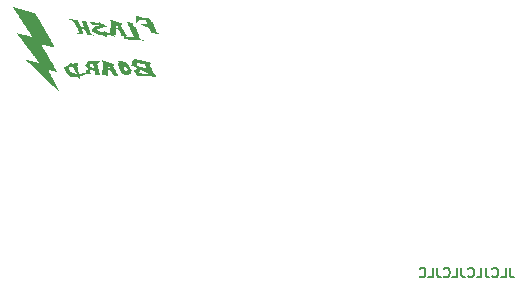
<source format=gbr>
%TF.GenerationSoftware,KiCad,Pcbnew,7.0.6*%
%TF.CreationDate,2024-04-30T21:30:12+02:00*%
%TF.ProjectId,F_Board_V1.1,465f426f-6172-4645-9f56-312e312e6b69,rev?*%
%TF.SameCoordinates,Original*%
%TF.FileFunction,Legend,Bot*%
%TF.FilePolarity,Positive*%
%FSLAX46Y46*%
G04 Gerber Fmt 4.6, Leading zero omitted, Abs format (unit mm)*
G04 Created by KiCad (PCBNEW 7.0.6) date 2024-04-30 21:30:12*
%MOMM*%
%LPD*%
G01*
G04 APERTURE LIST*
%ADD10C,0.150000*%
G04 APERTURE END LIST*
D10*
X190082268Y-102494295D02*
X190082268Y-103065723D01*
X190082268Y-103065723D02*
X190120363Y-103180009D01*
X190120363Y-103180009D02*
X190196554Y-103256200D01*
X190196554Y-103256200D02*
X190310839Y-103294295D01*
X190310839Y-103294295D02*
X190387030Y-103294295D01*
X189320363Y-103294295D02*
X189701315Y-103294295D01*
X189701315Y-103294295D02*
X189701315Y-102494295D01*
X188596553Y-103218104D02*
X188634649Y-103256200D01*
X188634649Y-103256200D02*
X188748934Y-103294295D01*
X188748934Y-103294295D02*
X188825125Y-103294295D01*
X188825125Y-103294295D02*
X188939411Y-103256200D01*
X188939411Y-103256200D02*
X189015601Y-103180009D01*
X189015601Y-103180009D02*
X189053696Y-103103819D01*
X189053696Y-103103819D02*
X189091792Y-102951438D01*
X189091792Y-102951438D02*
X189091792Y-102837152D01*
X189091792Y-102837152D02*
X189053696Y-102684771D01*
X189053696Y-102684771D02*
X189015601Y-102608580D01*
X189015601Y-102608580D02*
X188939411Y-102532390D01*
X188939411Y-102532390D02*
X188825125Y-102494295D01*
X188825125Y-102494295D02*
X188748934Y-102494295D01*
X188748934Y-102494295D02*
X188634649Y-102532390D01*
X188634649Y-102532390D02*
X188596553Y-102570485D01*
X188025125Y-102494295D02*
X188025125Y-103065723D01*
X188025125Y-103065723D02*
X188063220Y-103180009D01*
X188063220Y-103180009D02*
X188139411Y-103256200D01*
X188139411Y-103256200D02*
X188253696Y-103294295D01*
X188253696Y-103294295D02*
X188329887Y-103294295D01*
X187263220Y-103294295D02*
X187644172Y-103294295D01*
X187644172Y-103294295D02*
X187644172Y-102494295D01*
X186539410Y-103218104D02*
X186577506Y-103256200D01*
X186577506Y-103256200D02*
X186691791Y-103294295D01*
X186691791Y-103294295D02*
X186767982Y-103294295D01*
X186767982Y-103294295D02*
X186882268Y-103256200D01*
X186882268Y-103256200D02*
X186958458Y-103180009D01*
X186958458Y-103180009D02*
X186996553Y-103103819D01*
X186996553Y-103103819D02*
X187034649Y-102951438D01*
X187034649Y-102951438D02*
X187034649Y-102837152D01*
X187034649Y-102837152D02*
X186996553Y-102684771D01*
X186996553Y-102684771D02*
X186958458Y-102608580D01*
X186958458Y-102608580D02*
X186882268Y-102532390D01*
X186882268Y-102532390D02*
X186767982Y-102494295D01*
X186767982Y-102494295D02*
X186691791Y-102494295D01*
X186691791Y-102494295D02*
X186577506Y-102532390D01*
X186577506Y-102532390D02*
X186539410Y-102570485D01*
X185967982Y-102494295D02*
X185967982Y-103065723D01*
X185967982Y-103065723D02*
X186006077Y-103180009D01*
X186006077Y-103180009D02*
X186082268Y-103256200D01*
X186082268Y-103256200D02*
X186196553Y-103294295D01*
X186196553Y-103294295D02*
X186272744Y-103294295D01*
X185206077Y-103294295D02*
X185587029Y-103294295D01*
X185587029Y-103294295D02*
X185587029Y-102494295D01*
X184482267Y-103218104D02*
X184520363Y-103256200D01*
X184520363Y-103256200D02*
X184634648Y-103294295D01*
X184634648Y-103294295D02*
X184710839Y-103294295D01*
X184710839Y-103294295D02*
X184825125Y-103256200D01*
X184825125Y-103256200D02*
X184901315Y-103180009D01*
X184901315Y-103180009D02*
X184939410Y-103103819D01*
X184939410Y-103103819D02*
X184977506Y-102951438D01*
X184977506Y-102951438D02*
X184977506Y-102837152D01*
X184977506Y-102837152D02*
X184939410Y-102684771D01*
X184939410Y-102684771D02*
X184901315Y-102608580D01*
X184901315Y-102608580D02*
X184825125Y-102532390D01*
X184825125Y-102532390D02*
X184710839Y-102494295D01*
X184710839Y-102494295D02*
X184634648Y-102494295D01*
X184634648Y-102494295D02*
X184520363Y-102532390D01*
X184520363Y-102532390D02*
X184482267Y-102570485D01*
X183910839Y-102494295D02*
X183910839Y-103065723D01*
X183910839Y-103065723D02*
X183948934Y-103180009D01*
X183948934Y-103180009D02*
X184025125Y-103256200D01*
X184025125Y-103256200D02*
X184139410Y-103294295D01*
X184139410Y-103294295D02*
X184215601Y-103294295D01*
X183148934Y-103294295D02*
X183529886Y-103294295D01*
X183529886Y-103294295D02*
X183529886Y-102494295D01*
X182425124Y-103218104D02*
X182463220Y-103256200D01*
X182463220Y-103256200D02*
X182577505Y-103294295D01*
X182577505Y-103294295D02*
X182653696Y-103294295D01*
X182653696Y-103294295D02*
X182767982Y-103256200D01*
X182767982Y-103256200D02*
X182844172Y-103180009D01*
X182844172Y-103180009D02*
X182882267Y-103103819D01*
X182882267Y-103103819D02*
X182920363Y-102951438D01*
X182920363Y-102951438D02*
X182920363Y-102837152D01*
X182920363Y-102837152D02*
X182882267Y-102684771D01*
X182882267Y-102684771D02*
X182844172Y-102608580D01*
X182844172Y-102608580D02*
X182767982Y-102532390D01*
X182767982Y-102532390D02*
X182653696Y-102494295D01*
X182653696Y-102494295D02*
X182577505Y-102494295D01*
X182577505Y-102494295D02*
X182463220Y-102532390D01*
X182463220Y-102532390D02*
X182425124Y-102570485D01*
%TO.C,G\u002A\u002A\u002A*%
G36*
X158030597Y-85734374D02*
G01*
X158034186Y-85784189D01*
X158027330Y-85858845D01*
X158009889Y-85963404D01*
X158005788Y-85979968D01*
X157995623Y-85999272D01*
X157975660Y-86018217D01*
X157941100Y-86039675D01*
X157887147Y-86066520D01*
X157809004Y-86101623D01*
X157701872Y-86147859D01*
X157646725Y-86169489D01*
X157588713Y-86187953D01*
X157550227Y-86195186D01*
X157520540Y-86187728D01*
X157469577Y-86162970D01*
X157413078Y-86126823D01*
X157371494Y-86097181D01*
X157294869Y-86043758D01*
X157225775Y-85996824D01*
X157133696Y-85935538D01*
X157009768Y-85582241D01*
X156983777Y-85508011D01*
X156948819Y-85406810D01*
X156940270Y-85380814D01*
X157394529Y-85380814D01*
X157394750Y-85473477D01*
X157398500Y-85655850D01*
X157475201Y-85751971D01*
X157475339Y-85752143D01*
X157514704Y-85800480D01*
X157544281Y-85834947D01*
X157557676Y-85848092D01*
X157564077Y-85844373D01*
X157591798Y-85823148D01*
X157632661Y-85789383D01*
X157656880Y-85768916D01*
X157692033Y-85739553D01*
X157708873Y-85725999D01*
X157708604Y-85723355D01*
X157696107Y-85697046D01*
X157668861Y-85647316D01*
X157630054Y-85579872D01*
X157582872Y-85500420D01*
X157570045Y-85479189D01*
X157510256Y-85383536D01*
X157465211Y-85319948D01*
X157433012Y-85288154D01*
X157411764Y-85287881D01*
X157399568Y-85318858D01*
X157394529Y-85380814D01*
X156940270Y-85380814D01*
X156924200Y-85331944D01*
X156908725Y-85278298D01*
X156901202Y-85240763D01*
X156900438Y-85214225D01*
X156905238Y-85193573D01*
X156914410Y-85173695D01*
X156934714Y-85130128D01*
X156940037Y-85095454D01*
X156927617Y-85058287D01*
X156895944Y-85004820D01*
X156880770Y-84979331D01*
X156861797Y-84940233D01*
X156858612Y-84920606D01*
X156870270Y-84919940D01*
X156911308Y-84926337D01*
X156974089Y-84939848D01*
X157050755Y-84958906D01*
X157099387Y-84971045D01*
X157184660Y-84989489D01*
X157258809Y-85002185D01*
X157309834Y-85006911D01*
X157341745Y-85009327D01*
X157396861Y-85023509D01*
X157466822Y-85052889D01*
X157559216Y-85100310D01*
X157614579Y-85131498D01*
X157677793Y-85170690D01*
X157722962Y-85203069D01*
X157742815Y-85223744D01*
X157745103Y-85229355D01*
X157763972Y-85267441D01*
X157795880Y-85326914D01*
X157836468Y-85400128D01*
X157881378Y-85479439D01*
X157926251Y-85557202D01*
X157966727Y-85625771D01*
X157998448Y-85677501D01*
X158017056Y-85704747D01*
X158026769Y-85725999D01*
X158030597Y-85734374D01*
G37*
G36*
X156584854Y-85603813D02*
G01*
X156636628Y-85697092D01*
X156704558Y-85817946D01*
X156746497Y-85892607D01*
X156804320Y-85996203D01*
X156854686Y-86087219D01*
X156894953Y-86160844D01*
X156922479Y-86212268D01*
X156934620Y-86236681D01*
X156936844Y-86243876D01*
X156934488Y-86255144D01*
X156918133Y-86262382D01*
X156882135Y-86266467D01*
X156820851Y-86268274D01*
X156728641Y-86268682D01*
X156510389Y-86268682D01*
X156451294Y-86113109D01*
X156442237Y-86089747D01*
X156400628Y-85997672D01*
X156353069Y-85922102D01*
X156289771Y-85846901D01*
X156254238Y-85810173D01*
X156193004Y-85754053D01*
X156138277Y-85712229D01*
X156096010Y-85689028D01*
X156072156Y-85688775D01*
X156071435Y-85690433D01*
X156067122Y-85717622D01*
X156061249Y-85771575D01*
X156054459Y-85844416D01*
X156047392Y-85928272D01*
X156040691Y-86015268D01*
X156034995Y-86097529D01*
X156030946Y-86167182D01*
X156029187Y-86216353D01*
X156028654Y-86264599D01*
X155777214Y-86201406D01*
X155744743Y-86193164D01*
X155657060Y-86170043D01*
X155584560Y-86149673D01*
X155534029Y-86134009D01*
X155512253Y-86125010D01*
X155509944Y-86107770D01*
X155513431Y-86060996D01*
X155522704Y-85992929D01*
X155536863Y-85911375D01*
X155540246Y-85893351D01*
X155558058Y-85792971D01*
X155578124Y-85672850D01*
X155588067Y-85610367D01*
X156065926Y-85610367D01*
X156125008Y-85610087D01*
X156141272Y-85609867D01*
X156185198Y-85605269D01*
X156208464Y-85590364D01*
X156212396Y-85559430D01*
X156198324Y-85506746D01*
X156167573Y-85426588D01*
X156105364Y-85272382D01*
X156095304Y-85354514D01*
X156093293Y-85371066D01*
X156084142Y-85448504D01*
X156075585Y-85523506D01*
X156065926Y-85610367D01*
X155588067Y-85610367D01*
X155598228Y-85546517D01*
X155616154Y-85427502D01*
X155657314Y-85144060D01*
X155601623Y-85030357D01*
X155600259Y-85027561D01*
X155574276Y-84970143D01*
X155558345Y-84926799D01*
X155555866Y-84906721D01*
X155563371Y-84906157D01*
X155599618Y-84913801D01*
X155658976Y-84930532D01*
X155734281Y-84953920D01*
X155818371Y-84981536D01*
X155904082Y-85010951D01*
X155984251Y-85039736D01*
X156051716Y-85065460D01*
X156099313Y-85085695D01*
X156119880Y-85098011D01*
X156130881Y-85104282D01*
X156171068Y-85118360D01*
X156232197Y-85136425D01*
X156305560Y-85156234D01*
X156382450Y-85175545D01*
X156454159Y-85192116D01*
X156511978Y-85203702D01*
X156547200Y-85208063D01*
X156549956Y-85208749D01*
X156555773Y-85229534D01*
X156550264Y-85271567D01*
X156535510Y-85324365D01*
X156513590Y-85377449D01*
X156510063Y-85384686D01*
X156503684Y-85401965D01*
X156502380Y-85421261D01*
X156507999Y-85446835D01*
X156522386Y-85482944D01*
X156547389Y-85533851D01*
X156561087Y-85559430D01*
X156584854Y-85603813D01*
G37*
G36*
X158451027Y-81177771D02*
G01*
X158519175Y-81188135D01*
X158614920Y-81206238D01*
X158740871Y-81232528D01*
X158899640Y-81267452D01*
X158956792Y-81279993D01*
X159042663Y-81297984D01*
X159115816Y-81312337D01*
X159164795Y-81320748D01*
X159173869Y-81322042D01*
X159259902Y-81335283D01*
X159349985Y-81350579D01*
X159436080Y-81366398D01*
X159510149Y-81381211D01*
X159564152Y-81393487D01*
X159590051Y-81401697D01*
X159601645Y-81416430D01*
X159626266Y-81458955D01*
X159658613Y-81521489D01*
X159694726Y-81596652D01*
X159779503Y-81779310D01*
X159813771Y-81733881D01*
X159815450Y-81731676D01*
X159840790Y-81703821D01*
X159855360Y-81697321D01*
X159859213Y-81706033D01*
X159874022Y-81744832D01*
X159898026Y-81810097D01*
X159929451Y-81896952D01*
X159966525Y-82000518D01*
X160007475Y-82115917D01*
X160034079Y-82190163D01*
X160074670Y-82299458D01*
X160111553Y-82394103D01*
X160142702Y-82469105D01*
X160166092Y-82519475D01*
X160179697Y-82540222D01*
X160185539Y-82543337D01*
X160221885Y-82562810D01*
X160277961Y-82592917D01*
X160344276Y-82628563D01*
X160372793Y-82644317D01*
X160421751Y-82674101D01*
X160448668Y-82694767D01*
X160448273Y-82702566D01*
X160439808Y-82702045D01*
X160398144Y-82697279D01*
X160330911Y-82688407D01*
X160245393Y-82676496D01*
X160148874Y-82662617D01*
X160048640Y-82647837D01*
X159951975Y-82633224D01*
X159866165Y-82619846D01*
X159798494Y-82608774D01*
X159756248Y-82601073D01*
X159724259Y-82587679D01*
X159697307Y-82549636D01*
X159690801Y-82530114D01*
X159670521Y-82479477D01*
X159640990Y-82411096D01*
X159606073Y-82334102D01*
X159525204Y-82159866D01*
X159399859Y-82112702D01*
X159266084Y-82062188D01*
X159110952Y-82002979D01*
X158989564Y-81955775D01*
X158901513Y-81920413D01*
X158846392Y-81896734D01*
X158823791Y-81884575D01*
X158828604Y-81881531D01*
X158862602Y-81878080D01*
X158923536Y-81876003D01*
X159005677Y-81875463D01*
X159103295Y-81876623D01*
X159396654Y-81882475D01*
X159383270Y-81840305D01*
X159376500Y-81822045D01*
X159355518Y-81771863D01*
X159325538Y-81703853D01*
X159290624Y-81627362D01*
X159276840Y-81597944D01*
X159242428Y-81528842D01*
X159216930Y-81487155D01*
X159196912Y-81467924D01*
X159178935Y-81466188D01*
X159172023Y-81467780D01*
X159131331Y-81474387D01*
X159064501Y-81483549D01*
X158979006Y-81494272D01*
X158882319Y-81505565D01*
X158804056Y-81514536D01*
X158719076Y-81525756D01*
X158659428Y-81537506D01*
X158618633Y-81552406D01*
X158590208Y-81573079D01*
X158567675Y-81602147D01*
X158544554Y-81642232D01*
X158533440Y-81659771D01*
X158506334Y-81694495D01*
X158476513Y-81727060D01*
X158452389Y-81748581D01*
X158442374Y-81750170D01*
X158441768Y-81744396D01*
X158437360Y-81708903D01*
X158429387Y-81646873D01*
X158418685Y-81564778D01*
X158406090Y-81469092D01*
X158400994Y-81429240D01*
X158390339Y-81333671D01*
X158383986Y-81256166D01*
X158382356Y-81202752D01*
X158385868Y-81179459D01*
X158387077Y-81178475D01*
X158407864Y-81174700D01*
X158451027Y-81177771D01*
G37*
G36*
X152855156Y-81437154D02*
G01*
X152934578Y-81446851D01*
X153031973Y-81460370D01*
X153141498Y-81477003D01*
X153154716Y-81479091D01*
X153261881Y-81495989D01*
X153355142Y-81510645D01*
X153428945Y-81522190D01*
X153477735Y-81529755D01*
X153495956Y-81532469D01*
X153497696Y-81535256D01*
X153507466Y-81561986D01*
X153521914Y-81607872D01*
X153533867Y-81642108D01*
X153560271Y-81708045D01*
X153594886Y-81788490D01*
X153633335Y-81873027D01*
X153722165Y-82062779D01*
X153870729Y-82062779D01*
X153894598Y-82062599D01*
X153956684Y-82060125D01*
X153998109Y-82055354D01*
X154010922Y-82049064D01*
X154005547Y-82037537D01*
X153988664Y-81997091D01*
X153964000Y-81935811D01*
X153934779Y-81861627D01*
X153916398Y-81815083D01*
X153885184Y-81738423D01*
X153858331Y-81675273D01*
X153840171Y-81635966D01*
X153831660Y-81618818D01*
X153818168Y-81580314D01*
X153824585Y-81557857D01*
X153854733Y-81549922D01*
X153912434Y-81554980D01*
X154001509Y-81571504D01*
X154043574Y-81580461D01*
X154111999Y-81596611D01*
X154161721Y-81610450D01*
X154184128Y-81619708D01*
X154185689Y-81621902D01*
X154199823Y-81650048D01*
X154224035Y-81703831D01*
X154255380Y-81776580D01*
X154290916Y-81861627D01*
X154295275Y-81872201D01*
X154333333Y-81963946D01*
X154369053Y-82049115D01*
X154398600Y-82118615D01*
X154418141Y-82163355D01*
X154418979Y-82165212D01*
X154439722Y-82211924D01*
X154470649Y-82282430D01*
X154507720Y-82367491D01*
X154546898Y-82457868D01*
X154642586Y-82679234D01*
X154782452Y-82754615D01*
X154802181Y-82765305D01*
X154859414Y-82797733D01*
X154887829Y-82817559D01*
X154890640Y-82827533D01*
X154871064Y-82830404D01*
X154861869Y-82829914D01*
X154819882Y-82825015D01*
X154755049Y-82815840D01*
X154674750Y-82803600D01*
X154586359Y-82789504D01*
X154497255Y-82774765D01*
X154414814Y-82760593D01*
X154346413Y-82748198D01*
X154299429Y-82738793D01*
X154281238Y-82733587D01*
X154274106Y-82716451D01*
X154255870Y-82672176D01*
X154229295Y-82607481D01*
X154197142Y-82529085D01*
X154114700Y-82327933D01*
X153953865Y-82258644D01*
X153911737Y-82240883D01*
X153848957Y-82216072D01*
X153804216Y-82200576D01*
X153785191Y-82197194D01*
X153785001Y-82199787D01*
X153793625Y-82227578D01*
X153814297Y-82280350D01*
X153844500Y-82351874D01*
X153881715Y-82435923D01*
X153894041Y-82463429D01*
X153929050Y-82544525D01*
X153955953Y-82611401D01*
X153972295Y-82657752D01*
X153975622Y-82677269D01*
X153970310Y-82678795D01*
X153935087Y-82680676D01*
X153873042Y-82680517D01*
X153790863Y-82678387D01*
X153695239Y-82674356D01*
X153679239Y-82673570D01*
X153575799Y-82668507D01*
X153505636Y-82663564D01*
X153465922Y-82656431D01*
X153453828Y-82644797D01*
X153466529Y-82626354D01*
X153501194Y-82598791D01*
X153554998Y-82559799D01*
X153602050Y-82525524D01*
X153413258Y-82143287D01*
X153385352Y-82086977D01*
X153330194Y-81976757D01*
X153279389Y-81876603D01*
X153235864Y-81792213D01*
X153202544Y-81729287D01*
X153182354Y-81693523D01*
X153150791Y-81654779D01*
X153070292Y-81597055D01*
X152955036Y-81547469D01*
X152805651Y-81506333D01*
X152803040Y-81505719D01*
X152766633Y-81486174D01*
X152755006Y-81458167D01*
X152772885Y-81432366D01*
X152773610Y-81432052D01*
X152799552Y-81431985D01*
X152855156Y-81437154D01*
G37*
G36*
X159736391Y-85612829D02*
G01*
X159805910Y-85728213D01*
X159892028Y-85869839D01*
X159996128Y-86040101D01*
X160006701Y-86057130D01*
X160010549Y-86062959D01*
X160045725Y-86116248D01*
X160078802Y-86160982D01*
X160099688Y-86182730D01*
X160117252Y-86208845D01*
X160124838Y-86252962D01*
X160124838Y-86308570D01*
X159882541Y-86294062D01*
X159800881Y-86290256D01*
X159688654Y-86286686D01*
X159555023Y-86283593D01*
X159407658Y-86281129D01*
X159254230Y-86279444D01*
X159102409Y-86278690D01*
X158564573Y-86277826D01*
X158506930Y-86195536D01*
X158502883Y-86189756D01*
X158436405Y-86093956D01*
X158374795Y-86003689D01*
X158373233Y-86001357D01*
X158707631Y-86001357D01*
X158899640Y-86024486D01*
X158942505Y-86029682D01*
X159048303Y-86042711D01*
X159152582Y-86055788D01*
X159237941Y-86066739D01*
X159305976Y-86075128D01*
X159398805Y-86083776D01*
X159460214Y-86084656D01*
X159492962Y-86077731D01*
X159499808Y-86062959D01*
X159493723Y-86056884D01*
X159460518Y-86035466D01*
X159403827Y-86003074D01*
X159329708Y-85962808D01*
X159244223Y-85917772D01*
X159153431Y-85871068D01*
X159063394Y-85825799D01*
X158980172Y-85785065D01*
X158909824Y-85751971D01*
X158858412Y-85729617D01*
X158831996Y-85721107D01*
X158810454Y-85728228D01*
X158776259Y-85761469D01*
X158743796Y-85812459D01*
X158719329Y-85870756D01*
X158709121Y-85925919D01*
X158707631Y-86001357D01*
X158373233Y-86001357D01*
X158321289Y-85923832D01*
X158279118Y-85859263D01*
X158251517Y-85814858D01*
X158241718Y-85795494D01*
X158245621Y-85789996D01*
X158272282Y-85765903D01*
X158318614Y-85728606D01*
X158378037Y-85683513D01*
X158410028Y-85659574D01*
X158463572Y-85618092D01*
X158500693Y-85587379D01*
X158514793Y-85572777D01*
X158510532Y-85569064D01*
X158479583Y-85552815D01*
X158423574Y-85526824D01*
X158348314Y-85493743D01*
X158259611Y-85456226D01*
X158212973Y-85436500D01*
X158130148Y-85399586D01*
X158063713Y-85367466D01*
X158019533Y-85343047D01*
X158003472Y-85329237D01*
X158005647Y-85320078D01*
X158006929Y-85316486D01*
X158422848Y-85316486D01*
X158510380Y-85360770D01*
X158530467Y-85369960D01*
X158593101Y-85394294D01*
X158678175Y-85423943D01*
X158777117Y-85455979D01*
X158881353Y-85487474D01*
X158958442Y-85509781D01*
X159066135Y-85540262D01*
X159146105Y-85561591D01*
X159202932Y-85574779D01*
X159241192Y-85580836D01*
X159265462Y-85580774D01*
X159280321Y-85575604D01*
X159282603Y-85569768D01*
X159277189Y-85536364D01*
X159259334Y-85480615D01*
X159231215Y-85409869D01*
X159203379Y-85346402D01*
X159177992Y-85295805D01*
X159156085Y-85266230D01*
X159132179Y-85250619D01*
X159100792Y-85241913D01*
X159077063Y-85237474D01*
X159022326Y-85228030D01*
X158948585Y-85215751D01*
X158863709Y-85201898D01*
X158775568Y-85187733D01*
X158692029Y-85174520D01*
X158620961Y-85163519D01*
X158570234Y-85155993D01*
X158547716Y-85153203D01*
X158539558Y-85160266D01*
X158515006Y-85189919D01*
X158481479Y-85234845D01*
X158422848Y-85316486D01*
X158006929Y-85316486D01*
X158019601Y-85280989D01*
X158044334Y-85218170D01*
X158077344Y-85137897D01*
X158116131Y-85046448D01*
X158228918Y-84784258D01*
X158303696Y-84792355D01*
X158305377Y-84792551D01*
X158345081Y-84799474D01*
X158414507Y-84813720D01*
X158508251Y-84834096D01*
X158620909Y-84859407D01*
X158747078Y-84888458D01*
X158881353Y-84920055D01*
X159017586Y-84952399D01*
X159152454Y-84984312D01*
X159277051Y-85013690D01*
X159385050Y-85039045D01*
X159470126Y-85058889D01*
X159525954Y-85071733D01*
X159544722Y-85076127D01*
X159607336Y-85093198D01*
X159651167Y-85108967D01*
X159667674Y-85120497D01*
X159667207Y-85126661D01*
X159658457Y-85164736D01*
X159641991Y-85217299D01*
X159622225Y-85271929D01*
X159603575Y-85316206D01*
X159590456Y-85337709D01*
X159589449Y-85345828D01*
X159596690Y-85365879D01*
X159613623Y-85400213D01*
X159641630Y-85451221D01*
X159682092Y-85521296D01*
X159710846Y-85569768D01*
X159736391Y-85612829D01*
G37*
G36*
X155260953Y-85748597D02*
G01*
X155279539Y-85809517D01*
X155308974Y-85908914D01*
X155333928Y-85996778D01*
X155352215Y-86065331D01*
X155361650Y-86106794D01*
X155373553Y-86177250D01*
X155102219Y-86176080D01*
X155039875Y-86175781D01*
X154954276Y-86174954D01*
X154898693Y-86173212D01*
X154868917Y-86169919D01*
X154860737Y-86164439D01*
X154869945Y-86156138D01*
X154892332Y-86144378D01*
X154923867Y-86127490D01*
X154943392Y-86107583D01*
X154948032Y-86076209D01*
X154942863Y-86020967D01*
X154937794Y-85979786D01*
X154924499Y-85903616D01*
X154904119Y-85852282D01*
X154869919Y-85817568D01*
X154815161Y-85791256D01*
X154733109Y-85765129D01*
X154702222Y-85755903D01*
X154630827Y-85733391D01*
X154574424Y-85713981D01*
X154543121Y-85701079D01*
X154524001Y-85691261D01*
X154503385Y-85683513D01*
X154502392Y-85688801D01*
X154508980Y-85724396D01*
X154526332Y-85793817D01*
X154554535Y-85897412D01*
X154593680Y-86035529D01*
X154618619Y-86122390D01*
X154362514Y-86122390D01*
X154261104Y-86121412D01*
X154178182Y-86117972D01*
X154130161Y-86112113D01*
X154117840Y-86103894D01*
X154112541Y-86099725D01*
X154081839Y-86106365D01*
X154032058Y-86123991D01*
X153971422Y-86147576D01*
X153887817Y-86179266D01*
X153806839Y-86209253D01*
X153798955Y-86212144D01*
X153735494Y-86236664D01*
X153686460Y-86257709D01*
X153661908Y-86270998D01*
X153661832Y-86271067D01*
X153656769Y-86296921D01*
X153661548Y-86351537D01*
X153675623Y-86428660D01*
X153679287Y-86445836D01*
X153693010Y-86512692D01*
X153702634Y-86563644D01*
X153706263Y-86588788D01*
X153703433Y-86591312D01*
X153686175Y-86573382D01*
X153656060Y-86531050D01*
X153616360Y-86469050D01*
X153570346Y-86392116D01*
X153519923Y-86305255D01*
X153218853Y-86305255D01*
X152917783Y-86305255D01*
X152770668Y-86190964D01*
X152732864Y-86161729D01*
X152663970Y-86109067D01*
X152604304Y-86064198D01*
X152563642Y-86034508D01*
X152537561Y-86012192D01*
X152511218Y-85978378D01*
X152483083Y-85928272D01*
X152449765Y-85855785D01*
X152407873Y-85754827D01*
X152395900Y-85724827D01*
X152364273Y-85641848D01*
X152340321Y-85573305D01*
X152326202Y-85525629D01*
X152324077Y-85505249D01*
X152331748Y-85500648D01*
X152702475Y-85500648D01*
X152728905Y-85587509D01*
X152738154Y-85617370D01*
X152767066Y-85704772D01*
X152795264Y-85782324D01*
X152820247Y-85843745D01*
X152839517Y-85882757D01*
X152850573Y-85893079D01*
X152869845Y-85894800D01*
X152912357Y-85910280D01*
X152968380Y-85936271D01*
X153018555Y-85959919D01*
X153101336Y-85994203D01*
X153174701Y-86019758D01*
X153213316Y-86029969D01*
X153278641Y-86042583D01*
X153337133Y-86049009D01*
X153379235Y-86048379D01*
X153395392Y-86039824D01*
X153395348Y-86039050D01*
X153384693Y-86012514D01*
X153358025Y-85962548D01*
X153319277Y-85895766D01*
X153272382Y-85818781D01*
X153221274Y-85738206D01*
X153169886Y-85660655D01*
X153061059Y-85500648D01*
X152881767Y-85500648D01*
X152702475Y-85500648D01*
X152331748Y-85500648D01*
X152331981Y-85500508D01*
X152368898Y-85482753D01*
X152430037Y-85455237D01*
X152509332Y-85420668D01*
X152600719Y-85381754D01*
X152865299Y-85270322D01*
X152819689Y-85208501D01*
X152808330Y-85192666D01*
X152785981Y-85157634D01*
X152779786Y-85140972D01*
X152782429Y-85140668D01*
X152810405Y-85146791D01*
X152861707Y-85161749D01*
X152927845Y-85183125D01*
X153070195Y-85230986D01*
X153283082Y-85184799D01*
X153366249Y-85167378D01*
X153435404Y-85154071D01*
X153483298Y-85146190D01*
X153502722Y-85145042D01*
X153502925Y-85145315D01*
X153501808Y-85166726D01*
X153493403Y-85213405D01*
X153479417Y-85275772D01*
X153476763Y-85286897D01*
X153462180Y-85361763D01*
X153459853Y-85416616D01*
X153469087Y-85464075D01*
X153474851Y-85486781D01*
X153486711Y-85541936D01*
X153501853Y-85617727D01*
X153518785Y-85706082D01*
X153536015Y-85798930D01*
X153552052Y-85888199D01*
X153565403Y-85965817D01*
X153574577Y-86023713D01*
X153576453Y-86039824D01*
X153578082Y-86053815D01*
X153583592Y-86060630D01*
X153619477Y-86066589D01*
X153686018Y-86064578D01*
X153780017Y-86054762D01*
X153898272Y-86037306D01*
X153947594Y-86029433D01*
X154027222Y-86017634D01*
X154092037Y-86009144D01*
X154131425Y-86005413D01*
X154152635Y-86003853D01*
X154171506Y-85995840D01*
X154178708Y-85974277D01*
X154175976Y-85931683D01*
X154165049Y-85860574D01*
X154150564Y-85772479D01*
X154216427Y-85745948D01*
X154239918Y-85736251D01*
X154304876Y-85708222D01*
X154371056Y-85678449D01*
X154459823Y-85637481D01*
X154284195Y-85484026D01*
X154275217Y-85476161D01*
X154210169Y-85417844D01*
X154157217Y-85368098D01*
X154121603Y-85331980D01*
X154108567Y-85314547D01*
X154116328Y-85299625D01*
X154486218Y-85299625D01*
X154493174Y-85324308D01*
X154517782Y-85367901D01*
X154555597Y-85422311D01*
X154598361Y-85475335D01*
X154648369Y-85522742D01*
X154691405Y-85543155D01*
X154736136Y-85552663D01*
X154792179Y-85565749D01*
X154824847Y-85569505D01*
X154840029Y-85558161D01*
X154838429Y-85546976D01*
X154830151Y-85506042D01*
X154816771Y-85445188D01*
X154800499Y-85374023D01*
X154783547Y-85302159D01*
X154768124Y-85239208D01*
X154756443Y-85194781D01*
X154756401Y-85194639D01*
X154739695Y-85187820D01*
X154697081Y-85198692D01*
X154625902Y-85227929D01*
X154618083Y-85231444D01*
X154556893Y-85260041D01*
X154510075Y-85283763D01*
X154487221Y-85297777D01*
X154486218Y-85299625D01*
X154116328Y-85299625D01*
X154117001Y-85298332D01*
X154144350Y-85258814D01*
X154186138Y-85202985D01*
X154237720Y-85137223D01*
X154366873Y-84975923D01*
X154626309Y-84964054D01*
X154630909Y-84963845D01*
X154757022Y-84958919D01*
X154883364Y-84955391D01*
X155004684Y-84953262D01*
X155115726Y-84952535D01*
X155211238Y-84953213D01*
X155285965Y-84955298D01*
X155334654Y-84958792D01*
X155352052Y-84963699D01*
X155347697Y-84971684D01*
X155323866Y-85002702D01*
X155283925Y-85050345D01*
X155233189Y-85108155D01*
X155201399Y-85144121D01*
X155156572Y-85196652D01*
X155125775Y-85235163D01*
X155114327Y-85253163D01*
X155115178Y-85256713D01*
X155130063Y-85283712D01*
X155157623Y-85323574D01*
X155160698Y-85327726D01*
X155199531Y-85382282D01*
X155233560Y-85433122D01*
X155266200Y-85484459D01*
X155219179Y-85472657D01*
X155172159Y-85460856D01*
X155202186Y-85558161D01*
X155260953Y-85748597D01*
G37*
G36*
X157265372Y-82185187D02*
G01*
X157320499Y-82286484D01*
X157383089Y-82398338D01*
X157442863Y-82503998D01*
X157500171Y-82605737D01*
X157548863Y-82692643D01*
X157586574Y-82760476D01*
X157610936Y-82804997D01*
X157619582Y-82821967D01*
X157607942Y-82827668D01*
X157573325Y-82834170D01*
X157549029Y-82838176D01*
X157537681Y-82849891D01*
X157554250Y-82878495D01*
X157566171Y-82892305D01*
X157585346Y-82903983D01*
X157616437Y-82912458D01*
X157665604Y-82918820D01*
X157739006Y-82924160D01*
X157842804Y-82929568D01*
X157871189Y-82930973D01*
X157969077Y-82936466D01*
X158056162Y-82942293D01*
X158123865Y-82947841D01*
X158163607Y-82952496D01*
X158174048Y-82954170D01*
X158211737Y-82954175D01*
X158222870Y-82937996D01*
X158221804Y-82932450D01*
X158209117Y-82896613D01*
X158183756Y-82834006D01*
X158147795Y-82749261D01*
X158103305Y-82647013D01*
X158052362Y-82531895D01*
X157997039Y-82408542D01*
X157939408Y-82281588D01*
X157881543Y-82155666D01*
X157825519Y-82035410D01*
X157773408Y-81925454D01*
X157727283Y-81830432D01*
X157726513Y-81828866D01*
X157700331Y-81769727D01*
X157684739Y-81722705D01*
X157683087Y-81697854D01*
X157700971Y-81684588D01*
X157742120Y-81679978D01*
X157809190Y-81687230D01*
X157906460Y-81706509D01*
X157972812Y-81721289D01*
X158033608Y-81734835D01*
X158072200Y-81743437D01*
X158094190Y-81755191D01*
X158121045Y-81787040D01*
X158153884Y-81843465D01*
X158195965Y-81929363D01*
X158222961Y-81986551D01*
X158253970Y-82050628D01*
X158276917Y-82096128D01*
X158288180Y-82115730D01*
X158290529Y-82116595D01*
X158310549Y-82104226D01*
X158340091Y-82072318D01*
X158382379Y-82019284D01*
X158414749Y-82118749D01*
X158431428Y-82167197D01*
X158459787Y-82245093D01*
X158493963Y-82335941D01*
X158529786Y-82428509D01*
X158556920Y-82498573D01*
X158602868Y-82620405D01*
X158649211Y-82746388D01*
X158689169Y-82858243D01*
X158765887Y-83077682D01*
X158922709Y-83159971D01*
X158963051Y-83181378D01*
X159026218Y-83215960D01*
X159072747Y-83242822D01*
X159094696Y-83257462D01*
X159092522Y-83265232D01*
X159064181Y-83262919D01*
X159038061Y-83257853D01*
X158943229Y-83243925D01*
X158812016Y-83229424D01*
X158644559Y-83214363D01*
X158440993Y-83198750D01*
X158201456Y-83182597D01*
X157926083Y-83165916D01*
X157615011Y-83148715D01*
X157381857Y-83136340D01*
X157383400Y-83088724D01*
X157385000Y-83062403D01*
X157390452Y-83003113D01*
X157398079Y-82935961D01*
X157411214Y-82830813D01*
X157295386Y-82830813D01*
X157264238Y-82830527D01*
X157210798Y-82826747D01*
X157181958Y-82816885D01*
X157169332Y-82798812D01*
X157126552Y-82682244D01*
X157042874Y-82518744D01*
X156941376Y-82384575D01*
X156823378Y-82281708D01*
X156799872Y-82265481D01*
X156772820Y-82248994D01*
X156753393Y-82244961D01*
X156739962Y-82257393D01*
X156730900Y-82290298D01*
X156724579Y-82347685D01*
X156719370Y-82433564D01*
X156713647Y-82551944D01*
X156708564Y-82655376D01*
X156703013Y-82730651D01*
X156694529Y-82778769D01*
X156680466Y-82804474D01*
X156658177Y-82812510D01*
X156625017Y-82807622D01*
X156578340Y-82794553D01*
X156555206Y-82788271D01*
X156518877Y-82782038D01*
X156515322Y-82790131D01*
X156544698Y-82812857D01*
X156607161Y-82850520D01*
X156614788Y-82854920D01*
X156668419Y-82889443D01*
X156688553Y-82910527D01*
X156675836Y-82917705D01*
X156630916Y-82910513D01*
X156554441Y-82888482D01*
X156461025Y-82860766D01*
X156253798Y-82813158D01*
X156050908Y-82783872D01*
X155917727Y-82771109D01*
X155929967Y-82847652D01*
X155942207Y-82924194D01*
X155889426Y-82911686D01*
X155875658Y-82908370D01*
X155781534Y-82883868D01*
X155666983Y-82851760D01*
X155541302Y-82814868D01*
X155413790Y-82776017D01*
X155293745Y-82738031D01*
X155190465Y-82703734D01*
X155113248Y-82675949D01*
X154984298Y-82621667D01*
X154864686Y-82558371D01*
X154774423Y-82492736D01*
X154709657Y-82422341D01*
X154701626Y-82411041D01*
X154667349Y-82350164D01*
X154661504Y-82299585D01*
X154685316Y-82250030D01*
X154740007Y-82192226D01*
X154761789Y-82172950D01*
X154862741Y-82103389D01*
X154979658Y-82054881D01*
X155121652Y-82023396D01*
X155162057Y-82017094D01*
X155233063Y-82005021D01*
X155273264Y-81995323D01*
X155286463Y-81986131D01*
X155276464Y-81975576D01*
X155247072Y-81961789D01*
X155217122Y-81950218D01*
X155097718Y-81919142D01*
X154964623Y-81903041D01*
X154833961Y-81904167D01*
X154702050Y-81915317D01*
X154623961Y-81792468D01*
X154545872Y-81669618D01*
X154610098Y-81663976D01*
X154653111Y-81663524D01*
X154737242Y-81671283D01*
X154837046Y-81687075D01*
X154941285Y-81708752D01*
X155038717Y-81734163D01*
X155118105Y-81761157D01*
X155174567Y-81783835D01*
X155217165Y-81800430D01*
X155235238Y-81806767D01*
X155235940Y-81806196D01*
X155240829Y-81784972D01*
X155245800Y-81742621D01*
X155251476Y-81678474D01*
X155461771Y-81775733D01*
X155563056Y-81823713D01*
X155674081Y-81878817D01*
X155776833Y-81932294D01*
X155866327Y-81981400D01*
X155937578Y-82023391D01*
X155985603Y-82055521D01*
X156005415Y-82075048D01*
X156002979Y-82083646D01*
X155971361Y-82097499D01*
X155906261Y-82108295D01*
X155849406Y-82115452D01*
X155698382Y-82140157D01*
X155536285Y-82173123D01*
X155378980Y-82210957D01*
X155242332Y-82250268D01*
X155068610Y-82306130D01*
X155295012Y-82415950D01*
X155322363Y-82429078D01*
X155444401Y-82483472D01*
X155540887Y-82518811D01*
X155609544Y-82534239D01*
X155641702Y-82536982D01*
X155680322Y-82536151D01*
X155699243Y-82524028D01*
X155709266Y-82496527D01*
X155720856Y-82450347D01*
X155915899Y-82533358D01*
X155987743Y-82563062D01*
X156060473Y-82591210D01*
X156116290Y-82610687D01*
X156146920Y-82618443D01*
X156158274Y-82617052D01*
X156169626Y-82607515D01*
X156180305Y-82585047D01*
X156191583Y-82545007D01*
X156204736Y-82482758D01*
X156221036Y-82393660D01*
X156241758Y-82273074D01*
X156253298Y-82204847D01*
X156258685Y-82172498D01*
X156736857Y-82172498D01*
X156821632Y-82172498D01*
X156848438Y-82172005D01*
X156890021Y-82168570D01*
X156906407Y-82162937D01*
X156902054Y-82147040D01*
X156886211Y-82104640D01*
X156862699Y-82046516D01*
X156835682Y-81982499D01*
X156809326Y-81922419D01*
X156787796Y-81876108D01*
X156775258Y-81853398D01*
X156770210Y-81852400D01*
X156762962Y-81874155D01*
X156760115Y-81919420D01*
X156759953Y-81934459D01*
X156756024Y-82012646D01*
X156748486Y-82087656D01*
X156736857Y-82172498D01*
X156258685Y-82172498D01*
X156277323Y-82060587D01*
X156295338Y-81945845D01*
X156307514Y-81855989D01*
X156314025Y-81786389D01*
X156315045Y-81732413D01*
X156310745Y-81689429D01*
X156301300Y-81652807D01*
X156286883Y-81617914D01*
X156267666Y-81580120D01*
X156240266Y-81524986D01*
X156222711Y-81483032D01*
X156219103Y-81463930D01*
X156222846Y-81463231D01*
X156253708Y-81469161D01*
X156309203Y-81484712D01*
X156382299Y-81507482D01*
X156465963Y-81535069D01*
X156553164Y-81565070D01*
X156636869Y-81595086D01*
X156710046Y-81622713D01*
X156765663Y-81645550D01*
X156796688Y-81661196D01*
X156820857Y-81673093D01*
X156877765Y-81692847D01*
X156953713Y-81714182D01*
X157038985Y-81734171D01*
X157106737Y-81749318D01*
X157173470Y-81766218D01*
X157218832Y-81780108D01*
X157235565Y-81788964D01*
X157231333Y-81811685D01*
X157216793Y-81856622D01*
X157196992Y-81907140D01*
X157177306Y-81949739D01*
X157163112Y-81970918D01*
X157166706Y-81987260D01*
X157186282Y-82031312D01*
X157219902Y-82098709D01*
X157253673Y-82162937D01*
X157265372Y-82185187D01*
G37*
G36*
X148064420Y-80417187D02*
G01*
X148101912Y-80424004D01*
X148161106Y-80438304D01*
X148230958Y-80457032D01*
X148300423Y-80477132D01*
X148358460Y-80495549D01*
X148394024Y-80509227D01*
X148395713Y-80510025D01*
X148429927Y-80522416D01*
X148490620Y-80541421D01*
X148569726Y-80564598D01*
X148659179Y-80589504D01*
X148665254Y-80591155D01*
X148756615Y-80616463D01*
X148839203Y-80640155D01*
X148904157Y-80659644D01*
X148942620Y-80672339D01*
X148980506Y-80684984D01*
X149045139Y-80704699D01*
X149126985Y-80728612D01*
X149216918Y-80754005D01*
X149292732Y-80775063D01*
X149457104Y-80820980D01*
X149590599Y-80858810D01*
X149696378Y-80889572D01*
X149777600Y-80914286D01*
X149837426Y-80933972D01*
X149879017Y-80949649D01*
X149905532Y-80962338D01*
X149920132Y-80973059D01*
X149925976Y-80982830D01*
X149930092Y-80992497D01*
X149950667Y-81031668D01*
X149985806Y-81094652D01*
X150032750Y-81176605D01*
X150088738Y-81272679D01*
X150151012Y-81378028D01*
X150183611Y-81432849D01*
X150245352Y-81536931D01*
X150300800Y-81630731D01*
X150346845Y-81708967D01*
X150380373Y-81766358D01*
X150398273Y-81797624D01*
X150407998Y-81814881D01*
X150438122Y-81866745D01*
X150478154Y-81934474D01*
X150522116Y-82007919D01*
X150547846Y-82051272D01*
X150582842Y-82112739D01*
X150606869Y-82158242D01*
X150615804Y-82180201D01*
X150620376Y-82194976D01*
X150641222Y-82225918D01*
X150654714Y-82244004D01*
X150683761Y-82289996D01*
X150715605Y-82346220D01*
X150742842Y-82396626D01*
X150771201Y-82447810D01*
X150802495Y-82502587D01*
X150840733Y-82567878D01*
X150889925Y-82650598D01*
X150954082Y-82757667D01*
X150981860Y-82804033D01*
X151056984Y-82930355D01*
X151129679Y-83053843D01*
X151197606Y-83170420D01*
X151258426Y-83276010D01*
X151309801Y-83366535D01*
X151349393Y-83437919D01*
X151374863Y-83486085D01*
X151383873Y-83506956D01*
X151387121Y-83518586D01*
X151406945Y-83547254D01*
X151427366Y-83573737D01*
X151453224Y-83617134D01*
X151458032Y-83626553D01*
X151499176Y-83702452D01*
X151533488Y-83757471D01*
X151557066Y-83785291D01*
X151570600Y-83802120D01*
X151555077Y-83811036D01*
X151514258Y-83810261D01*
X151453435Y-83799091D01*
X151415946Y-83790396D01*
X151358146Y-83778195D01*
X151319870Y-83771662D01*
X151295389Y-83767358D01*
X151240620Y-83755756D01*
X151166598Y-83738993D01*
X151082203Y-83719037D01*
X151014098Y-83702965D01*
X150930240Y-83684129D01*
X150861094Y-83669651D01*
X150817048Y-83661774D01*
X150794252Y-83658016D01*
X150733423Y-83645951D01*
X150654951Y-83628869D01*
X150570123Y-83609172D01*
X150514014Y-83595896D01*
X150447920Y-83580811D01*
X150402231Y-83571081D01*
X150384508Y-83568370D01*
X150384632Y-83568993D01*
X150395637Y-83589755D01*
X150422190Y-83636294D01*
X150461515Y-83703836D01*
X150510835Y-83787606D01*
X150567373Y-83882829D01*
X150573415Y-83892967D01*
X150627390Y-83983621D01*
X150696219Y-84099335D01*
X150776559Y-84234482D01*
X150865066Y-84383436D01*
X150958395Y-84540569D01*
X151053204Y-84700255D01*
X151146148Y-84856865D01*
X151171712Y-84899932D01*
X151261135Y-85050307D01*
X151348708Y-85197179D01*
X151431638Y-85335884D01*
X151507128Y-85461761D01*
X151572384Y-85570146D01*
X151624611Y-85656378D01*
X151661014Y-85715792D01*
X151667131Y-85725671D01*
X151711886Y-85798809D01*
X151747772Y-85858931D01*
X151771267Y-85900048D01*
X151778849Y-85916171D01*
X151777477Y-85916587D01*
X151753540Y-85913074D01*
X151710577Y-85902465D01*
X151709811Y-85902254D01*
X151648938Y-85887728D01*
X151592743Y-85877597D01*
X151578829Y-85875503D01*
X151520509Y-85864302D01*
X151457019Y-85849633D01*
X151416294Y-85839339D01*
X151276370Y-85804691D01*
X151162739Y-85777776D01*
X151077640Y-85759093D01*
X151023315Y-85749139D01*
X151002005Y-85748414D01*
X151001148Y-85750591D01*
X151007688Y-85775718D01*
X151030515Y-85828015D01*
X151070167Y-85908586D01*
X151127180Y-86018534D01*
X151202094Y-86158963D01*
X151234872Y-86219999D01*
X151294783Y-86332149D01*
X151356681Y-86448593D01*
X151411405Y-86552124D01*
X151451818Y-86628697D01*
X151499057Y-86717786D01*
X151541020Y-86796508D01*
X151571852Y-86853851D01*
X151579314Y-86867689D01*
X151612085Y-86929310D01*
X151655346Y-87011491D01*
X151704339Y-87105173D01*
X151754307Y-87201296D01*
X151776777Y-87244494D01*
X151820549Y-87327631D01*
X151857752Y-87396967D01*
X151885013Y-87446253D01*
X151898960Y-87469244D01*
X151905258Y-87481664D01*
X151892088Y-87499802D01*
X151882575Y-87503437D01*
X151859323Y-87510463D01*
X151855656Y-87508477D01*
X151830382Y-87487617D01*
X151785778Y-87447620D01*
X151726742Y-87392927D01*
X151658171Y-87327983D01*
X151616973Y-87288631D01*
X151525229Y-87201246D01*
X151421990Y-87103157D01*
X151317090Y-87003703D01*
X151220364Y-86912224D01*
X151155556Y-86850972D01*
X151067700Y-86767776D01*
X150985544Y-86689809D01*
X150916060Y-86623690D01*
X150866220Y-86576036D01*
X150849267Y-86559787D01*
X150788544Y-86501903D01*
X150712233Y-86429477D01*
X150628406Y-86350161D01*
X150545136Y-86271609D01*
X150473187Y-86203831D01*
X150358227Y-86095408D01*
X150246198Y-85989564D01*
X150132904Y-85882318D01*
X150014152Y-85769691D01*
X149885746Y-85647703D01*
X149743493Y-85512374D01*
X149583198Y-85359726D01*
X149400667Y-85185779D01*
X149375995Y-85162325D01*
X149307697Y-85097931D01*
X149243308Y-85037881D01*
X149194060Y-84992674D01*
X149173574Y-84973637D01*
X149130702Y-84926270D01*
X149117065Y-84893442D01*
X149131013Y-84871997D01*
X149145161Y-84872495D01*
X149189997Y-84880990D01*
X149259204Y-84896999D01*
X149346713Y-84919102D01*
X149446456Y-84945876D01*
X149570089Y-84979933D01*
X149739976Y-85026553D01*
X149879072Y-85064437D01*
X149990093Y-85094297D01*
X150075755Y-85116842D01*
X150138771Y-85132784D01*
X150181857Y-85142833D01*
X150207728Y-85147699D01*
X150219100Y-85148093D01*
X150216099Y-85137621D01*
X150194752Y-85102290D01*
X150157003Y-85046682D01*
X150106122Y-84975584D01*
X150045378Y-84893783D01*
X149999603Y-84833096D01*
X149937660Y-84750818D01*
X149884102Y-84679500D01*
X149843488Y-84625213D01*
X149820374Y-84594029D01*
X149800648Y-84567439D01*
X149761227Y-84515027D01*
X149710869Y-84448530D01*
X149655795Y-84376183D01*
X149611539Y-84318140D01*
X149557386Y-84246963D01*
X149511988Y-84187125D01*
X149482073Y-84147483D01*
X149457620Y-84114926D01*
X149414290Y-84057416D01*
X149367193Y-83995050D01*
X149322770Y-83936347D01*
X149287463Y-83889825D01*
X149267713Y-83864003D01*
X149256678Y-83849471D01*
X149226368Y-83809247D01*
X149181162Y-83749118D01*
X149124924Y-83674224D01*
X149061518Y-83589705D01*
X149009818Y-83520852D01*
X148950511Y-83442113D01*
X148900896Y-83376514D01*
X148865044Y-83329437D01*
X148847029Y-83306263D01*
X148845811Y-83304754D01*
X148825496Y-83278441D01*
X148787535Y-83228484D01*
X148735670Y-83159832D01*
X148673643Y-83077437D01*
X148605193Y-82986249D01*
X148596362Y-82974475D01*
X148527814Y-82883606D01*
X148465472Y-82801827D01*
X148413242Y-82734201D01*
X148375032Y-82685792D01*
X148354747Y-82661663D01*
X148351913Y-82658713D01*
X148335881Y-82636110D01*
X148348405Y-82629661D01*
X148364180Y-82632487D01*
X148412462Y-82643406D01*
X148488508Y-82661562D01*
X148588065Y-82685911D01*
X148706877Y-82715411D01*
X148840693Y-82749021D01*
X148985258Y-82785698D01*
X149103072Y-82815566D01*
X149238285Y-82849407D01*
X149358899Y-82879113D01*
X149460752Y-82903684D01*
X149539681Y-82922117D01*
X149591523Y-82933410D01*
X149612117Y-82936562D01*
X149612765Y-82936225D01*
X149612724Y-82926347D01*
X149602015Y-82901908D01*
X149579057Y-82860248D01*
X149542264Y-82798711D01*
X149490052Y-82714639D01*
X149420839Y-82605374D01*
X149333039Y-82468258D01*
X149326658Y-82458325D01*
X149216849Y-82286745D01*
X149094554Y-82094475D01*
X148956442Y-81876280D01*
X148935185Y-81842654D01*
X148887392Y-81767401D01*
X148852798Y-81713813D01*
X148826844Y-81675020D01*
X148804969Y-81644150D01*
X148782613Y-81614329D01*
X148760587Y-81582447D01*
X148750612Y-81561434D01*
X148742128Y-81544376D01*
X148717218Y-81502757D01*
X148679839Y-81443246D01*
X148633979Y-81372310D01*
X148602541Y-81324190D01*
X148536437Y-81222543D01*
X148469364Y-81118922D01*
X148411862Y-81029589D01*
X148384701Y-80987352D01*
X148330236Y-80903328D01*
X148278840Y-80824794D01*
X148238793Y-80764435D01*
X148208064Y-80717353D01*
X148159152Y-80638445D01*
X148118036Y-80567873D01*
X148092732Y-80524834D01*
X148066584Y-80486602D01*
X148051152Y-80471869D01*
X148044875Y-80468799D01*
X148037437Y-80444420D01*
X148040095Y-80431716D01*
X148060663Y-80416990D01*
X148064420Y-80417187D01*
G37*
%TD*%
M02*

</source>
